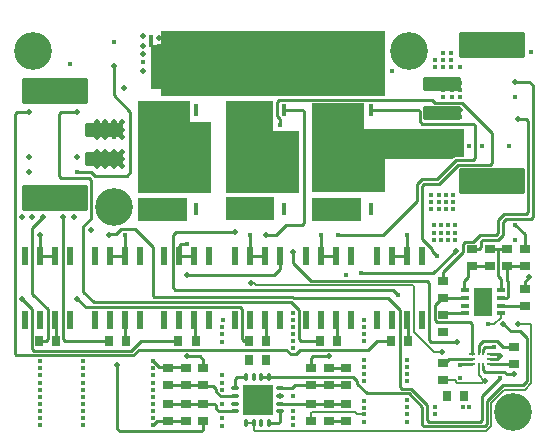
<source format=gbr>
%TF.GenerationSoftware,Altium Limited,Altium Designer,21.4.1 (30)*%
G04 Layer_Physical_Order=1*
G04 Layer_Color=255*
%FSLAX26Y26*%
%MOIN*%
%TF.SameCoordinates,1A054405-282A-4FF3-8963-BB1B344CA64D*%
%TF.FilePolarity,Positive*%
%TF.FileFunction,Copper,L1,Top,Signal*%
%TF.Part,Single*%
G01*
G75*
%TA.AperFunction,SMDPad,CuDef*%
%ADD10R,0.023622X0.061024*%
%ADD11O,0.031496X0.011811*%
%ADD12O,0.011811X0.031496*%
%ADD13R,0.104331X0.104331*%
%ADD14R,0.018000X0.042000*%
%ADD15R,0.025591X0.013780*%
%ADD16R,0.061024X0.094488*%
G04:AMPARAMS|DCode=17|XSize=86.614mil|YSize=220.472mil|CornerRadius=4.331mil|HoleSize=0mil|Usage=FLASHONLY|Rotation=90.000|XOffset=0mil|YOffset=0mil|HoleType=Round|Shape=RoundedRectangle|*
%AMROUNDEDRECTD17*
21,1,0.086614,0.211811,0,0,90.0*
21,1,0.077953,0.220472,0,0,90.0*
1,1,0.008661,0.105906,0.038976*
1,1,0.008661,0.105906,-0.038976*
1,1,0.008661,-0.105906,-0.038976*
1,1,0.008661,-0.105906,0.038976*
%
%ADD17ROUNDEDRECTD17*%
G04:AMPARAMS|DCode=18|XSize=47.244mil|YSize=125.984mil|CornerRadius=2.362mil|HoleSize=0mil|Usage=FLASHONLY|Rotation=90.000|XOffset=0mil|YOffset=0mil|HoleType=Round|Shape=RoundedRectangle|*
%AMROUNDEDRECTD18*
21,1,0.047244,0.121260,0,0,90.0*
21,1,0.042520,0.125984,0,0,90.0*
1,1,0.004724,0.060630,0.021260*
1,1,0.004724,0.060630,-0.021260*
1,1,0.004724,-0.060630,-0.021260*
1,1,0.004724,-0.060630,0.021260*
%
%ADD18ROUNDEDRECTD18*%
%ADD19R,0.035433X0.025591*%
%ADD20R,0.007874X0.019685*%
%ADD21R,0.019685X0.007874*%
%ADD22R,0.025591X0.035433*%
%TA.AperFunction,Conductor*%
%ADD23C,0.009842*%
%ADD24C,0.007874*%
%ADD25C,0.019685*%
%TA.AperFunction,ViaPad*%
%ADD26C,0.125984*%
%ADD27C,0.017716*%
%ADD28C,0.019685*%
G36*
X1259842Y1141732D02*
X511811D01*
Y1162661D01*
X477118D01*
Y1311661D01*
X511811D01*
Y1358268D01*
X1259842D01*
Y1141732D01*
D02*
G37*
G36*
X1188976Y1031496D02*
X1521653D01*
Y937220D01*
X1495467D01*
X1491243Y936380D01*
X1487661Y933987D01*
X1482809Y929134D01*
X1259842D01*
Y818898D01*
X1015748D01*
Y1115449D01*
X1188976D01*
Y1031496D01*
D02*
G37*
G36*
X885827Y1023621D02*
X972441D01*
Y817897D01*
X728346D01*
Y1124984D01*
X885827D01*
X885827Y1023621D01*
D02*
G37*
G36*
X609252Y1054118D02*
X680118D01*
Y817897D01*
X436023D01*
Y1124984D01*
X609252D01*
Y1054118D01*
D02*
G37*
G36*
X890102Y727518D02*
X728839D01*
Y804290D01*
X890102D01*
Y727518D01*
D02*
G37*
G36*
X598284Y724410D02*
X436023D01*
Y786702D01*
X436705Y788631D01*
X436477Y792932D01*
X436023Y794712D01*
Y801182D01*
X598284D01*
Y724410D01*
D02*
G37*
G36*
X1177165Y724409D02*
X1015748D01*
Y801181D01*
X1177165D01*
Y724409D01*
D02*
G37*
D10*
X909646Y606299D02*
D03*
X859646D02*
D03*
X809646D02*
D03*
X759646D02*
D03*
X909646Y393701D02*
D03*
X859646D02*
D03*
X809646D02*
D03*
X759646D02*
D03*
X995866D02*
D03*
X1095866D02*
D03*
X1145866D02*
D03*
X995866Y606299D02*
D03*
X1045866D02*
D03*
X1095866D02*
D03*
X1045866Y393701D02*
D03*
X1145866Y606299D02*
D03*
X1232086D02*
D03*
X523426D02*
D03*
X58858D02*
D03*
X441142D02*
D03*
X1282086Y393701D02*
D03*
X341142D02*
D03*
X573426D02*
D03*
X108858D02*
D03*
X673426Y606299D02*
D03*
X623426D02*
D03*
X573426D02*
D03*
X673426Y393701D02*
D03*
X623426D02*
D03*
X523426D02*
D03*
X1382086Y606299D02*
D03*
X1332086D02*
D03*
X1282086D02*
D03*
X1382086Y393701D02*
D03*
X1332086D02*
D03*
X1232086D02*
D03*
X208858Y606299D02*
D03*
X158858D02*
D03*
X108858D02*
D03*
X208858Y393701D02*
D03*
X158858D02*
D03*
X58858D02*
D03*
X391142Y606299D02*
D03*
X341142D02*
D03*
X291142D02*
D03*
X441142Y393701D02*
D03*
X391142D02*
D03*
X291142D02*
D03*
D11*
X909448Y88583D02*
D03*
Y114173D02*
D03*
Y165355D02*
D03*
X757874D02*
D03*
Y139763D02*
D03*
Y88583D02*
D03*
X909448Y139763D02*
D03*
X757874Y114173D02*
D03*
D12*
X872048Y202755D02*
D03*
X846456D02*
D03*
X820866D02*
D03*
X795276D02*
D03*
Y51181D02*
D03*
X820866D02*
D03*
X846456D02*
D03*
X872048D02*
D03*
D13*
X833662Y126969D02*
D03*
D14*
X630118Y763953D02*
D03*
X480118D02*
D03*
X530118D02*
D03*
X580118D02*
D03*
Y991953D02*
D03*
X480118D02*
D03*
X530118D02*
D03*
X630118D02*
D03*
X1162796Y1322661D02*
D03*
X1112796D02*
D03*
X1212796D02*
D03*
X1062796D02*
D03*
X821456D02*
D03*
X771456D02*
D03*
X871456D02*
D03*
X580118D02*
D03*
X630118D02*
D03*
X921456D02*
D03*
X530118D02*
D03*
X480118D02*
D03*
X1212796Y991953D02*
D03*
X1162796Y1094661D02*
D03*
X1112796Y991953D02*
D03*
Y1094661D02*
D03*
X1162796Y991953D02*
D03*
X1062796D02*
D03*
Y1094661D02*
D03*
X921456Y991953D02*
D03*
X871456Y1094661D02*
D03*
Y991953D02*
D03*
X821456D02*
D03*
Y1094661D02*
D03*
X771456D02*
D03*
Y991953D02*
D03*
X580118Y1094661D02*
D03*
X530118D02*
D03*
X480118D02*
D03*
X1162796Y763953D02*
D03*
X1112796D02*
D03*
X821456D02*
D03*
X1062796D02*
D03*
X871456D02*
D03*
X771456D02*
D03*
X921456D02*
D03*
X1212796D02*
D03*
Y1094661D02*
D03*
X921456D02*
D03*
X630118D02*
D03*
D15*
X1645897Y415354D02*
D03*
Y440944D02*
D03*
Y466536D02*
D03*
X1523851Y492126D02*
D03*
Y466536D02*
D03*
Y440944D02*
D03*
Y415354D02*
D03*
X1645897Y492126D02*
D03*
D16*
X1584873Y453740D02*
D03*
D17*
X157480Y1155511D02*
D03*
Y801181D02*
D03*
X1614174Y856299D02*
D03*
Y1309055D02*
D03*
D18*
X322834Y929133D02*
D03*
Y1027559D02*
D03*
X1448818Y1181103D02*
D03*
Y1082677D02*
D03*
Y984251D02*
D03*
D19*
X1452757Y191930D02*
D03*
Y249016D02*
D03*
X1688976Y247046D02*
D03*
Y304132D02*
D03*
X1011812Y56104D02*
D03*
Y233269D02*
D03*
X653545Y233267D02*
D03*
X653544Y56101D02*
D03*
X1129922Y233269D02*
D03*
X1070865D02*
D03*
X1129922Y56104D02*
D03*
X1070866D02*
D03*
X594488Y233267D02*
D03*
X535434D02*
D03*
X594488Y56101D02*
D03*
X535434D02*
D03*
X1665581Y630906D02*
D03*
X1607511D02*
D03*
X1452983Y353625D02*
D03*
Y410711D02*
D03*
X594488Y113187D02*
D03*
X653544D02*
D03*
X1548455Y630906D02*
D03*
Y573818D02*
D03*
X1452983Y524607D02*
D03*
Y467519D02*
D03*
X594488Y176179D02*
D03*
X653545D02*
D03*
X1724635Y630906D02*
D03*
Y573818D02*
D03*
X1724637Y497048D02*
D03*
Y439960D02*
D03*
X1070865Y176181D02*
D03*
X1011812D02*
D03*
X1070866Y113190D02*
D03*
X1011812Y113190D02*
D03*
X535434Y113187D02*
D03*
X1607511Y573818D02*
D03*
X535434Y176179D02*
D03*
X1665581Y573818D02*
D03*
X1129922Y176181D02*
D03*
Y113190D02*
D03*
D20*
X1570867Y239173D02*
D03*
X1586615D02*
D03*
Y288385D02*
D03*
X1570867D02*
D03*
D21*
X1609251Y248031D02*
D03*
Y263779D02*
D03*
Y279527D02*
D03*
X1548229D02*
D03*
Y263779D02*
D03*
Y248031D02*
D03*
D22*
X806102Y259843D02*
D03*
X1522406Y139763D02*
D03*
X863190Y259843D02*
D03*
X1465320Y139763D02*
D03*
X1278544Y322835D02*
D03*
X1335630D02*
D03*
X1042322D02*
D03*
X1099410D02*
D03*
X569882D02*
D03*
X626968D02*
D03*
X806102D02*
D03*
X863190D02*
D03*
X105316D02*
D03*
X162402D02*
D03*
X337598D02*
D03*
X394686D02*
D03*
D23*
X573426Y606299D02*
Y639904D01*
X579192Y645669D02*
X598425D01*
X573426Y639904D02*
X579192Y645669D01*
X897638Y1120219D02*
X903907Y1126488D01*
X1226281D02*
X1226784Y1125984D01*
X903907Y1126488D02*
X1226281D01*
X1226784Y1125984D02*
X1415441D01*
X1424299Y1117126D01*
X897638Y1073168D02*
Y1120219D01*
X424210Y696852D02*
X481369Y639693D01*
X361829Y679050D02*
X379631Y696852D01*
X337598Y677167D02*
X339481Y679050D01*
X481369Y639693D02*
Y639693D01*
X379631Y696852D02*
X424210D01*
X339481Y679050D02*
X361829D01*
X952756Y581972D02*
Y621287D01*
Y581972D02*
X1011106Y523622D01*
X861418Y324607D02*
Y391929D01*
X909448Y563975D02*
Y606299D01*
X888780Y543307D02*
X909448Y563975D01*
X809646Y606299D02*
X859646D01*
Y393701D02*
X861418Y391929D01*
X598284Y543307D02*
X888780D01*
X861418Y324607D02*
X863190Y322835D01*
X809646Y606299D02*
Y677167D01*
X927454Y709543D02*
X982423D01*
X895077Y677165D02*
X927454Y709543D01*
X863190Y677165D02*
X895077D01*
X921456Y1094661D02*
X982423D01*
X988189Y715308D02*
Y1088896D01*
X982423Y1094661D02*
X988189Y1088896D01*
X982423Y709543D02*
X988189Y715308D01*
X550788Y502952D02*
Y676912D01*
Y502952D02*
X559646Y494095D01*
X550788Y676912D02*
X560884Y687008D01*
X757874D01*
X559646Y494095D02*
X1285433D01*
X1303150Y476378D01*
X1331889Y606496D02*
X1332086Y606299D01*
X1331889Y606496D02*
Y676968D01*
X1331692Y677165D02*
X1331889Y676968D01*
X1457102Y865545D02*
X1501990Y910433D01*
X1438014Y846457D02*
X1457102Y865545D01*
X1387656Y846457D02*
X1438014D01*
X1457102Y865545D02*
Y865545D01*
X1381133Y862205D02*
X1431491D01*
X1495467Y926181D01*
X1366142Y791339D02*
Y847214D01*
X1251970Y677167D02*
X1366142Y791339D01*
X1103348Y677167D02*
X1251970D01*
X1553289Y926181D02*
X1559055Y931947D01*
Y1042463D01*
X1495467Y926181D02*
X1553289D01*
X1366142Y847214D02*
X1381133Y862205D01*
X1381890Y840691D02*
X1387656Y846457D01*
X1501990Y910433D02*
X1608408D01*
X1614174Y916199D02*
Y1017863D01*
X1381890Y664129D02*
Y840691D01*
X1608408Y910433D02*
X1614174Y916199D01*
X1414225Y624370D02*
Y631795D01*
Y624370D02*
X1432295Y606299D01*
X1381890Y664129D02*
X1414225Y631795D01*
X1553289Y1048228D02*
X1559055Y1042463D01*
X1382725Y1048228D02*
X1553289D01*
X1374999Y1055954D02*
Y1088896D01*
Y1055954D02*
X1382725Y1048228D01*
X1369233Y1094661D02*
X1374999Y1088896D01*
X1212796Y1094661D02*
X1369233D01*
X1424299Y1117126D02*
X1514911D01*
X1614174Y1017863D01*
X907941Y1044814D02*
Y1062864D01*
Y1044814D02*
X909448Y1043307D01*
X897638Y1073168D02*
X907941Y1062864D01*
X354331Y1141906D02*
X409309Y1086927D01*
Y885686D02*
Y1086927D01*
X354331Y1141906D02*
Y1240157D01*
X484252Y474270D02*
Y636810D01*
X481369Y639693D02*
X484252Y636810D01*
X260262Y437008D02*
X773973D01*
X287821Y452756D02*
X945162D01*
X397638Y874016D02*
X409309Y885686D01*
X292699Y874016D02*
X397638D01*
X413386Y291339D02*
X444882Y322835D01*
X88443Y291339D02*
X413386D01*
X419909Y275591D02*
X438610Y294292D01*
X29388Y275591D02*
X419909D01*
X484252Y474270D02*
X490018Y468504D01*
X494094Y468504D02*
X951685D01*
X490018Y468504D02*
X494094Y468504D01*
X1592381Y303149D02*
X1623114D01*
X1586615Y288385D02*
Y297384D01*
X1592381Y303149D01*
X278543Y730906D02*
Y860376D01*
X252953Y705317D02*
X278543Y730906D01*
X252953Y487624D02*
Y705317D01*
X1640421Y273623D02*
X1642616D01*
X1410489Y320867D02*
X1500128D01*
X1404724Y326633D02*
Y517990D01*
Y326633D02*
X1410489Y320867D01*
X1632258Y322834D02*
X1650960Y304132D01*
X1584506Y322834D02*
X1632258D01*
X1650960Y304132D02*
X1688976D01*
X1510005Y244094D02*
X1513942Y248031D01*
X1548229D01*
X1507874Y244094D02*
X1510005D01*
X1240246Y523622D02*
X1240380Y523756D01*
X1011106Y523622D02*
X1240246D01*
X1240380Y523756D02*
X1398958D01*
X1404724Y517990D01*
X1177165Y549213D02*
X1418606D01*
X1493864Y624471D01*
X1011812Y176181D02*
X1129922D01*
X704585Y88583D02*
X757874D01*
X653544Y113187D02*
X691086D01*
X696851Y96317D02*
X704585Y88583D01*
X696851Y96317D02*
Y107421D01*
X691086Y113187D02*
X696851Y107421D01*
X594488Y113187D02*
X653544D01*
X909448Y165355D02*
X948818D01*
X959644Y176181D02*
X1011812D01*
X948818Y165355D02*
X959644Y176181D01*
X710351Y139763D02*
X757874D01*
X653545Y174210D02*
X686025D01*
X651576Y176179D02*
X653545Y174210D01*
X696851Y153263D02*
X710351Y139763D01*
X686025Y174210D02*
X696851Y163384D01*
Y153263D02*
Y163384D01*
X535434Y113187D02*
X594488D01*
X909448Y114173D02*
X1010829D01*
X1676995Y355288D02*
X1708689D01*
X763640Y202755D02*
X795276D01*
X757874Y165355D02*
Y196989D01*
X763640Y202755D01*
X872048Y51181D02*
X903682D01*
X909448Y56947D02*
Y88583D01*
X846456Y202755D02*
X872048D01*
X1152418D01*
X1166057Y189116D01*
Y179976D02*
Y189116D01*
Y179976D02*
X1197412Y148621D01*
X1337288D01*
X1382086Y103823D01*
Y44997D02*
Y103823D01*
Y44997D02*
X1387852Y39231D01*
X1591326D01*
X1597441Y45346D01*
Y122900D01*
X1650723Y176181D01*
X1717537D01*
X1731439Y190083D01*
Y332538D01*
X1708689Y355288D02*
X1731439Y332538D01*
X903682Y51181D02*
X909448Y56947D01*
Y139763D02*
X909646D01*
X1652362Y379921D02*
X1676995Y355288D01*
X1609744Y247539D02*
X1688484D01*
X1688976Y247046D01*
X1010829Y114173D02*
X1011812Y113190D01*
X1045866Y606299D02*
Y677167D01*
X1097638Y324607D02*
Y391929D01*
X1045866Y606299D02*
X1095866D01*
Y393701D02*
X1097638Y391929D01*
Y324607D02*
X1099410Y322835D01*
X978207D02*
X1042322D01*
X972441Y328601D02*
X978207Y322835D01*
X975673Y294292D02*
X1202301D01*
X960910Y279528D02*
X975673Y294292D01*
X1019547Y273623D02*
X1070866D01*
X1011812Y265887D02*
X1019547Y273623D01*
X1268701Y467519D02*
X1309448Y426772D01*
Y170135D02*
Y426772D01*
X952670Y467519D02*
X1268701D01*
X951685Y468504D02*
X952670Y467519D01*
X1547245Y280512D02*
Y381323D01*
X1430781Y387089D02*
X1541479D01*
X1547245Y381323D01*
X1424439Y393431D02*
X1430781Y387089D01*
X1424439Y443897D02*
X1448061Y467519D01*
X1424439Y393431D02*
Y443897D01*
X1452757Y249016D02*
X1457678D01*
X1472441Y263779D01*
X1548229D01*
X1724409Y440187D02*
Y440944D01*
Y440187D02*
X1724637Y439960D01*
X1645897Y440944D02*
X1723653D01*
X1592381Y220472D02*
X1656685D01*
X1586615Y226238D02*
X1592381Y220472D01*
X1586615Y226238D02*
Y239173D01*
X1688788Y212787D02*
X1688976Y212598D01*
X1656685Y220472D02*
X1664370Y212787D01*
X1688788D01*
X1581694Y139396D02*
X1643085Y200787D01*
X1581694Y60745D02*
Y139396D01*
X1403600Y54979D02*
X1575928D01*
X1581694Y60745D01*
X1642616Y273623D02*
X1643085D01*
X1632773Y263779D02*
X1642616Y273623D01*
X1634517Y279527D02*
X1640421Y273623D01*
X1609251Y279527D02*
X1634517D01*
X1609251Y263779D02*
X1632773D01*
X1315214Y164369D02*
X1343811D01*
X1309448Y170135D02*
X1315214Y164369D01*
X1343811D02*
X1397834Y110346D01*
Y60745D02*
Y110346D01*
Y60745D02*
X1403600Y54979D01*
X1448061Y467519D02*
X1452983D01*
X1609251Y248031D02*
X1609744Y247539D01*
X1570867Y309195D02*
X1584506Y322834D01*
X1570867Y288385D02*
Y309195D01*
X354330Y1240157D02*
X354331Y1240157D01*
X279314Y887401D02*
X292699Y874016D01*
X232284Y887401D02*
X279314D01*
X1452983Y410711D02*
X1457626Y415354D01*
X1523851D01*
X1663753Y466536D02*
X1669519Y472302D01*
Y521379D01*
X1645897Y466536D02*
X1663753D01*
X1665581Y525317D02*
Y573818D01*
Y525317D02*
X1669519Y521379D01*
X1535659Y536283D02*
Y565944D01*
X1523851Y492126D02*
Y493377D01*
X1523132Y494095D02*
X1523851Y493377D01*
X1523132Y523756D02*
X1535659Y536283D01*
X1523132Y494095D02*
Y523756D01*
X1535659Y565944D02*
X1543533Y573818D01*
X1453474Y467028D02*
X1523359D01*
X1636054Y541338D02*
Y630414D01*
X1645897Y492126D02*
Y531495D01*
X1636054Y541338D02*
X1645897Y531495D01*
X1636054Y630414D02*
X1636546Y630906D01*
X1523359Y467028D02*
X1523851Y466536D01*
X1452983Y467519D02*
X1453474Y467028D01*
X1724637Y521379D02*
X1739540Y536283D01*
X1739707D01*
X1724637Y497048D02*
Y521379D01*
X1729471Y1063977D02*
X1735237Y1058211D01*
X1700788Y1063977D02*
X1729471D01*
X1735237Y752420D02*
Y1058211D01*
X1519911Y648186D02*
X1526253Y654528D01*
X1575789Y677165D02*
X1606580D01*
X1526253Y654528D02*
X1553152D01*
X1575789Y677165D01*
X1519911Y621287D02*
Y648186D01*
X1452983Y554359D02*
X1519911Y621287D01*
X1452983Y524607D02*
Y554359D01*
X1606580Y677165D02*
X1606580Y677165D01*
X1628599D01*
X1636054Y684620D02*
Y726055D01*
X1628599Y677165D02*
X1636054Y684620D01*
X1656653Y746654D02*
X1729471D01*
X1636054Y726055D02*
X1656653Y746654D01*
X1729471D02*
X1735237Y752420D01*
X1663177Y730906D02*
X1746203D01*
X1751968Y736672D02*
Y1175338D01*
X1746203Y730906D02*
X1751968Y736672D01*
X1651802Y678097D02*
Y719532D01*
X1663177Y730906D01*
X1635122Y661417D02*
X1651802Y678097D01*
X1584733Y661417D02*
X1635122D01*
X1578967Y636672D02*
Y655652D01*
X1584733Y661417D01*
X1548455Y630906D02*
X1573201D01*
X1578967Y636672D01*
X1692914Y1187599D02*
X1739707D01*
X1751968Y1175338D01*
X1636546Y630906D02*
X1665581D01*
X1607511D02*
X1636546D01*
X1665581Y573818D02*
X1724635D01*
X1543533D02*
X1607511D01*
X1692914Y711221D02*
X1724409Y679726D01*
Y631133D02*
Y679726D01*
Y631133D02*
X1724635Y630906D01*
X1070866Y237207D02*
X1074804Y233269D01*
X1129922D01*
X1070866Y113190D02*
X1129922D01*
X1070866Y113190D02*
X1070866Y113190D01*
X1011812Y113190D02*
X1070866D01*
X596457Y176179D02*
X651576D01*
X594488Y178147D02*
X596457Y176179D01*
X653544Y231299D02*
Y260829D01*
Y231299D02*
X653545Y231298D01*
X640751Y273623D02*
X653544Y260829D01*
X598284Y273623D02*
X640751D01*
X1011812Y237207D02*
Y265887D01*
X1070866Y58073D02*
X1129922D01*
X438610Y294292D02*
X929839D01*
X444882Y322835D02*
X569882D01*
X788049D02*
X806102D01*
X782284Y328601D02*
X788049Y322835D01*
X782284Y328601D02*
Y428698D01*
X773973Y437008D02*
X782284Y428698D01*
X945162Y452756D02*
X972441Y425477D01*
X366142Y31496D02*
Y244095D01*
X653544Y29388D02*
Y56101D01*
X647778Y23622D02*
X653544Y29388D01*
X374016Y23622D02*
X647778D01*
X366142Y31496D02*
X374016Y23622D01*
X535434Y178147D02*
X594488D01*
X484252Y255905D02*
X504922Y235235D01*
X594488D01*
X484252Y43307D02*
X486383D01*
X499177Y56101D02*
X535434D01*
X486383Y43307D02*
X499177Y56101D01*
X535434D02*
X594488D01*
X252953Y487624D02*
X287821Y452756D01*
X173228Y871907D02*
Y1081636D01*
X178994Y1087401D02*
X232284D01*
X173228Y1081636D02*
X178994Y1087401D01*
X173228Y871907D02*
X178994Y866142D01*
X272777D01*
X278543Y860376D01*
X972441Y338303D02*
Y425477D01*
X972441Y338303D02*
X972441Y338303D01*
X972441Y328601D02*
Y338303D01*
X186024Y328601D02*
Y735236D01*
Y328601D02*
X191790Y322835D01*
X337598D01*
X185039Y736221D02*
X186024Y735236D01*
X232284Y464986D02*
X260262Y437008D01*
X82677Y480315D02*
X133858Y429134D01*
Y328601D02*
Y429134D01*
X82677Y480315D02*
Y700788D01*
X118110Y736221D01*
X105316Y322835D02*
X128093D01*
X133858Y328601D01*
X47244Y462949D02*
X81496Y428698D01*
X47244Y462949D02*
Y464567D01*
X81496Y298286D02*
Y428698D01*
Y298286D02*
X88443Y291339D01*
X108858Y606299D02*
X158858D01*
X109254Y606695D02*
Y677167D01*
X23622Y281356D02*
Y1078741D01*
Y281356D02*
X29388Y275591D01*
X32282Y1087401D02*
X70866D01*
X23622Y1078741D02*
X32282Y1087401D01*
X1230844Y322835D02*
X1278544D01*
X1202301Y294292D02*
X1230844Y322835D01*
X944602Y279528D02*
X960910D01*
X929839Y294292D02*
X944602Y279528D01*
X1333858Y324607D02*
Y391929D01*
Y324607D02*
X1335630Y322835D01*
X1332086Y393701D02*
X1333858Y391929D01*
X1282086Y606299D02*
X1332086D01*
X625198Y324607D02*
Y391931D01*
Y324607D02*
X626968Y322835D01*
X623426Y393701D02*
X625198Y391931D01*
X573426Y606299D02*
X623426D01*
X158858Y393701D02*
X160630Y391929D01*
Y324607D02*
X162402Y322835D01*
X160630Y324607D02*
Y391929D01*
X392914Y324607D02*
Y391929D01*
X391142Y393701D02*
X392914Y391929D01*
Y324607D02*
X394686Y322835D01*
X391142Y606299D02*
Y677167D01*
X389636Y675659D02*
X391142Y677167D01*
X389636Y673493D02*
Y675659D01*
X341142Y606299D02*
Y624999D01*
Y606299D02*
X391142D01*
D24*
X812008Y517990D02*
X814268Y515730D01*
X823126D01*
X829998Y508858D02*
X1246361D01*
X823126Y515730D02*
X829998Y508858D01*
X1246361D02*
X1246495Y508992D01*
X1355315Y354121D02*
Y504380D01*
X1350702Y508992D02*
X1355315Y504380D01*
X1246495Y508992D02*
X1350702D01*
X820866Y28235D02*
Y51181D01*
X825479Y23622D02*
X1596596D01*
X820866Y28235D02*
X825479Y23622D01*
X1612205Y39231D02*
Y116784D01*
X1596596Y23622D02*
X1612205Y39231D01*
X1656838Y161417D02*
X1723653D01*
X1612205Y116784D02*
X1656838Y161417D01*
X1702362Y379921D02*
X1741590D01*
X1723653Y161417D02*
X1746203Y183967D01*
Y375309D01*
X1741590Y379921D02*
X1746203Y375309D01*
X795276Y51181D02*
X820866D01*
X1421051Y288385D02*
X1448818D01*
X1355315Y354121D02*
X1421051Y288385D01*
X1588804Y190083D02*
X1590205D01*
X1570867Y209420D02*
X1590205Y190083D01*
X1591326D01*
X1570867Y209420D02*
Y239173D01*
X1500128Y182086D02*
X1580808D01*
X1588804Y190083D01*
X1490284Y191930D02*
X1500128Y182086D01*
X1452757Y191930D02*
X1490284D01*
X1602362Y379921D02*
X1623114D01*
X1644459Y401266D01*
Y413916D01*
X1645897Y415354D01*
X1166057Y78741D02*
X1188976D01*
X1016424Y86615D02*
X1158184D01*
X1166057Y78741D01*
X1011812Y82003D02*
X1016424Y86615D01*
X1011812Y58073D02*
Y82003D01*
X522884Y606299D02*
X523426D01*
D25*
X108858D02*
X109254Y606695D01*
X1409448Y984251D02*
X1448818D01*
D26*
X1338582Y1291339D02*
D03*
X86614D02*
D03*
X354330Y771653D02*
D03*
X1685040Y86615D02*
D03*
D27*
X598425Y645669D02*
D03*
X1303150Y476378D02*
D03*
X1331692Y677165D02*
D03*
X1432295Y606299D02*
D03*
X909448Y1043307D02*
D03*
X1103348Y677167D02*
D03*
X1282086Y1224409D02*
D03*
X452756Y765921D02*
D03*
Y740331D02*
D03*
X757874Y114173D02*
D03*
X354330Y1318897D02*
D03*
X1692914Y661417D02*
D03*
X795276Y740331D02*
D03*
X1232284Y606299D02*
D03*
X1484252Y811024D02*
D03*
X1437008Y763779D02*
D03*
X1413386D02*
D03*
X1460630Y787750D02*
D03*
X1437008Y787402D02*
D03*
Y811024D02*
D03*
X1413386D02*
D03*
Y787402D02*
D03*
X1460630Y811371D02*
D03*
X1484252Y763779D02*
D03*
Y787402D02*
D03*
X1460630Y764128D02*
D03*
X1623114Y303149D02*
D03*
X1507874Y244094D02*
D03*
X872048Y51181D02*
D03*
X952756Y90551D02*
D03*
X1688976Y247046D02*
D03*
X1129922Y543307D02*
D03*
X1177165Y549213D02*
D03*
X629922Y763953D02*
D03*
X555118Y787575D02*
D03*
Y765921D02*
D03*
Y740331D02*
D03*
X503938Y763953D02*
D03*
Y787575D02*
D03*
X1522406Y139763D02*
D03*
X1465320D02*
D03*
X1643085Y200787D02*
D03*
X1507874D02*
D03*
X108858Y393701D02*
D03*
X341142D02*
D03*
X573426D02*
D03*
X1282086D02*
D03*
X208662Y1248031D02*
D03*
X232284Y887401D02*
D03*
X1452983Y410711D02*
D03*
X1602362Y379921D02*
D03*
X1523851Y440944D02*
D03*
X795276Y202755D02*
D03*
X806102Y259843D02*
D03*
X863190D02*
D03*
X1692914Y711221D02*
D03*
X1452983Y353625D02*
D03*
X1607511Y630906D02*
D03*
X1746203Y1287599D02*
D03*
X1692914Y1137599D02*
D03*
X1539370Y974409D02*
D03*
X1582678D02*
D03*
X1671260D02*
D03*
X1145670Y606299D02*
D03*
X996064D02*
D03*
X809646Y393701D02*
D03*
X1212796Y763953D02*
D03*
X921456D02*
D03*
X326772Y1027559D02*
D03*
X354330Y1003937D02*
D03*
X250492Y255905D02*
D03*
X717008Y393371D02*
D03*
X452756Y1251969D02*
D03*
X1188976Y101377D02*
D03*
Y124999D02*
D03*
X716536Y66929D02*
D03*
Y41337D02*
D03*
Y114173D02*
D03*
Y161417D02*
D03*
Y185039D02*
D03*
Y208661D02*
D03*
Y346457D02*
D03*
Y370079D02*
D03*
Y320867D02*
D03*
X1188976Y259843D02*
D03*
Y322835D02*
D03*
Y393701D02*
D03*
Y370079D02*
D03*
Y346457D02*
D03*
Y236221D02*
D03*
Y55119D02*
D03*
Y212599D02*
D03*
Y78741D02*
D03*
Y188977D02*
D03*
X250492Y90551D02*
D03*
Y66929D02*
D03*
Y114173D02*
D03*
Y43307D02*
D03*
Y137795D02*
D03*
Y208661D02*
D03*
Y232283D02*
D03*
Y185039D02*
D03*
Y161417D02*
D03*
X1240158Y1224409D02*
D03*
Y1279527D02*
D03*
Y1307087D02*
D03*
Y1334645D02*
D03*
Y1251969D02*
D03*
X795276D02*
D03*
X846456D02*
D03*
X897638D02*
D03*
X1137796Y1334645D02*
D03*
X1035434D02*
D03*
X1086614D02*
D03*
X1188976D02*
D03*
X606300D02*
D03*
X657480D02*
D03*
X555118D02*
D03*
X657480Y1279527D02*
D03*
Y1307087D02*
D03*
Y1224409D02*
D03*
Y1251969D02*
D03*
X1035434Y1279527D02*
D03*
Y1307087D02*
D03*
Y1224409D02*
D03*
Y1251969D02*
D03*
X744094Y1279527D02*
D03*
Y1307087D02*
D03*
Y1224409D02*
D03*
Y1251969D02*
D03*
X948820D02*
D03*
Y1224409D02*
D03*
Y1307087D02*
D03*
Y1279527D02*
D03*
X846456Y1334645D02*
D03*
X744094D02*
D03*
X795276D02*
D03*
X948820D02*
D03*
X897638D02*
D03*
Y1307087D02*
D03*
Y1279527D02*
D03*
X846456D02*
D03*
Y1307087D02*
D03*
X795276D02*
D03*
Y1279527D02*
D03*
X1137796Y1224409D02*
D03*
X1188976D02*
D03*
X1086614D02*
D03*
Y1251969D02*
D03*
X1137796D02*
D03*
X1188976D02*
D03*
X1086614Y1279527D02*
D03*
X1137796Y1307087D02*
D03*
Y1279527D02*
D03*
X1188976D02*
D03*
Y1307087D02*
D03*
X1086614D02*
D03*
X555118Y1224409D02*
D03*
X606300D02*
D03*
X503938D02*
D03*
Y1251969D02*
D03*
X555118D02*
D03*
X606300D02*
D03*
X503938Y1279527D02*
D03*
Y1307087D02*
D03*
X555118D02*
D03*
Y1279527D02*
D03*
X606300D02*
D03*
Y1307087D02*
D03*
X1240159Y952755D02*
D03*
Y917323D02*
D03*
Y846457D02*
D03*
Y881889D02*
D03*
Y1023621D02*
D03*
Y988189D02*
D03*
X1188977D02*
D03*
Y881889D02*
D03*
Y846457D02*
D03*
Y917323D02*
D03*
Y952755D02*
D03*
X1137797Y988189D02*
D03*
Y881889D02*
D03*
Y846457D02*
D03*
Y917323D02*
D03*
Y952755D02*
D03*
X1086615Y988189D02*
D03*
Y881889D02*
D03*
Y846457D02*
D03*
Y917323D02*
D03*
Y952755D02*
D03*
X1035435D02*
D03*
Y917323D02*
D03*
Y846457D02*
D03*
Y881889D02*
D03*
Y1023621D02*
D03*
Y988189D02*
D03*
X909448Y606299D02*
D03*
X897639Y988189D02*
D03*
X795277D02*
D03*
X846457D02*
D03*
X795276Y1102363D02*
D03*
X846456D02*
D03*
X1421260Y708661D02*
D03*
Y661417D02*
D03*
X1444882Y708661D02*
D03*
X1468504Y685039D02*
D03*
X1492126Y661417D02*
D03*
X1444882Y661417D02*
D03*
X1421260Y685039D02*
D03*
X1444882D02*
D03*
X1468504Y661417D02*
D03*
X1492126Y685039D02*
D03*
Y708661D02*
D03*
X1468504Y708661D02*
D03*
X744094Y1102363D02*
D03*
Y1078741D02*
D03*
X744095Y988189D02*
D03*
Y881889D02*
D03*
Y846457D02*
D03*
Y917323D02*
D03*
Y952755D02*
D03*
X795277D02*
D03*
Y917323D02*
D03*
Y846457D02*
D03*
Y881889D02*
D03*
X795276Y1078741D02*
D03*
X846457Y952755D02*
D03*
Y917323D02*
D03*
Y846457D02*
D03*
Y881889D02*
D03*
X846456Y1078741D02*
D03*
X897639Y952755D02*
D03*
Y917323D02*
D03*
Y846457D02*
D03*
Y881889D02*
D03*
X948819Y988189D02*
D03*
Y881889D02*
D03*
Y846457D02*
D03*
Y917323D02*
D03*
Y952755D02*
D03*
X1452756Y1185039D02*
D03*
X1480316Y1161417D02*
D03*
X1507874Y1185039D02*
D03*
Y1161417D02*
D03*
X1480316Y1185039D02*
D03*
X1452756Y1161417D02*
D03*
X1507874Y1137795D02*
D03*
X1480316D02*
D03*
X1452756D02*
D03*
X1507874Y1070865D02*
D03*
X1397638Y1094489D02*
D03*
X1425196Y1070865D02*
D03*
X1045866Y677167D02*
D03*
X809646D02*
D03*
X391142D02*
D03*
X629922Y1094489D02*
D03*
X759842Y606299D02*
D03*
X291142D02*
D03*
X441142D02*
D03*
X1425196Y1260391D02*
D03*
X1452564Y1236769D02*
D03*
X1480124D02*
D03*
X1507682D02*
D03*
X1425196D02*
D03*
X1480124Y1260391D02*
D03*
Y1284013D02*
D03*
X1452564D02*
D03*
Y1260391D02*
D03*
X657481Y952755D02*
D03*
Y917323D02*
D03*
Y846457D02*
D03*
Y881889D02*
D03*
Y1023621D02*
D03*
Y988189D02*
D03*
X606301D02*
D03*
Y1023621D02*
D03*
Y881889D02*
D03*
Y846457D02*
D03*
Y917323D02*
D03*
Y952755D02*
D03*
X555118Y1102363D02*
D03*
Y1066929D02*
D03*
X555119Y988189D02*
D03*
Y1023621D02*
D03*
Y881889D02*
D03*
Y846457D02*
D03*
Y917323D02*
D03*
Y952755D02*
D03*
X503938Y1102363D02*
D03*
Y1066929D02*
D03*
X503939Y988189D02*
D03*
Y1023621D02*
D03*
Y881889D02*
D03*
Y846457D02*
D03*
Y917323D02*
D03*
Y952755D02*
D03*
X452757D02*
D03*
Y917323D02*
D03*
Y846457D02*
D03*
Y881889D02*
D03*
Y1023621D02*
D03*
Y988189D02*
D03*
X452756Y1066929D02*
D03*
Y1102363D02*
D03*
X326772Y929133D02*
D03*
X484252Y43307D02*
D03*
X1539370Y102363D02*
D03*
X1425196Y78741D02*
D03*
X673228Y606299D02*
D03*
X744094Y787401D02*
D03*
X503938Y740331D02*
D03*
X1381890Y606299D02*
D03*
X1425196Y102363D02*
D03*
X1519682D02*
D03*
X1332086Y189963D02*
D03*
Y237207D02*
D03*
Y55119D02*
D03*
Y213585D02*
D03*
Y102363D02*
D03*
Y260829D02*
D03*
Y78741D02*
D03*
Y125985D02*
D03*
X952756Y322835D02*
D03*
Y346457D02*
D03*
Y417323D02*
D03*
Y393701D02*
D03*
Y370079D02*
D03*
Y299213D02*
D03*
X952754Y139763D02*
D03*
X952756Y43307D02*
D03*
Y66929D02*
D03*
X484252Y90551D02*
D03*
Y66929D02*
D03*
Y114173D02*
D03*
Y137795D02*
D03*
Y208661D02*
D03*
Y232283D02*
D03*
Y255905D02*
D03*
Y185039D02*
D03*
Y161417D02*
D03*
X109254D02*
D03*
Y185039D02*
D03*
Y255905D02*
D03*
Y232283D02*
D03*
Y208661D02*
D03*
Y137795D02*
D03*
Y43307D02*
D03*
Y114173D02*
D03*
Y66929D02*
D03*
Y90551D02*
D03*
X1035434Y787575D02*
D03*
Y765921D02*
D03*
Y740331D02*
D03*
X744094Y740157D02*
D03*
Y765747D02*
D03*
X452756Y787575D02*
D03*
X1137796Y765921D02*
D03*
X1086614Y787749D02*
D03*
Y740505D02*
D03*
X1137796Y787575D02*
D03*
Y740331D02*
D03*
X1086614Y764127D02*
D03*
X846456Y765747D02*
D03*
X795276Y787575D02*
D03*
X846456Y787401D02*
D03*
Y740157D02*
D03*
X795276Y763953D02*
D03*
X1045866Y393701D02*
D03*
D28*
X337598Y677167D02*
D03*
X952756Y621287D02*
D03*
X812008Y517990D02*
D03*
X863190Y677165D02*
D03*
X389764Y1165354D02*
D03*
X757874Y687008D02*
D03*
X279528Y692913D02*
D03*
X208858Y606299D02*
D03*
X1643085Y273623D02*
D03*
X855314Y105315D02*
D03*
X812008D02*
D03*
X855314Y148621D02*
D03*
X812008D02*
D03*
X909646Y139763D02*
D03*
X1500128Y320867D02*
D03*
X1448818Y288385D02*
D03*
X1591326Y190083D02*
D03*
X1724409Y440944D02*
D03*
X1688976Y212598D02*
D03*
X354330Y1240157D02*
D03*
X1652362Y379921D02*
D03*
X1739707Y536283D02*
D03*
X1493864Y624471D02*
D03*
X1702362Y379921D02*
D03*
X1700788Y1063977D02*
D03*
X1692914Y1187599D02*
D03*
X1070866Y273623D02*
D03*
Y237207D02*
D03*
Y58073D02*
D03*
X598284Y543307D02*
D03*
Y273623D02*
D03*
X366142Y244095D02*
D03*
X232284Y1087401D02*
D03*
Y464986D02*
D03*
X220472Y736221D02*
D03*
X185039D02*
D03*
X232284Y937401D02*
D03*
X118110Y736221D02*
D03*
X82677D02*
D03*
X47244D02*
D03*
X70866Y887401D02*
D03*
Y937401D02*
D03*
X47244Y464567D02*
D03*
X109254Y677167D02*
D03*
X522884Y606299D02*
D03*
X58858D02*
D03*
X70866Y1087401D02*
D03*
X381890Y1027559D02*
D03*
X299212D02*
D03*
Y1003937D02*
D03*
Y1055117D02*
D03*
X326772Y1003937D02*
D03*
X354330Y1027559D02*
D03*
X503938Y1334645D02*
D03*
X354330Y1055119D02*
D03*
X326772D02*
D03*
X381890D02*
D03*
Y1003937D02*
D03*
X452756Y1279527D02*
D03*
Y1224409D02*
D03*
Y1307087D02*
D03*
Y1338579D02*
D03*
X1397638Y1070865D02*
D03*
X1425196Y1094489D02*
D03*
X1452756Y1070865D02*
D03*
Y1094489D02*
D03*
X1480316D02*
D03*
Y1070865D02*
D03*
X1507874Y1094489D02*
D03*
X299212Y929133D02*
D03*
X381890Y952755D02*
D03*
X354330Y929133D02*
D03*
X299212Y952755D02*
D03*
Y905511D02*
D03*
X326772Y952755D02*
D03*
Y905511D02*
D03*
X354330Y952755D02*
D03*
Y905511D02*
D03*
X381890D02*
D03*
Y929133D02*
D03*
%TF.MD5,de3789bbdf0866988175739974d745d2*%
M02*

</source>
